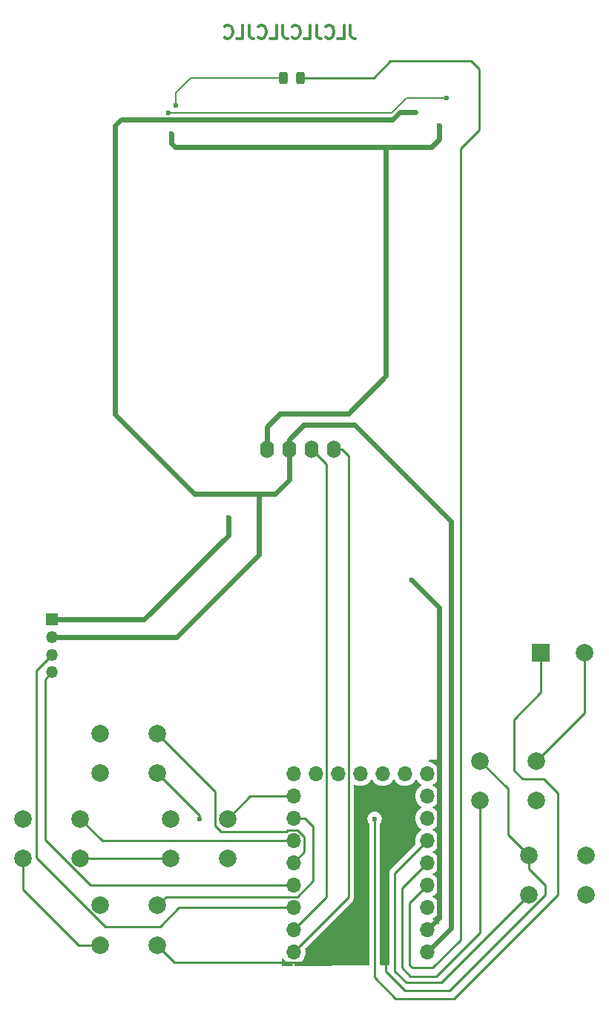
<source format=gbr>
G04 #@! TF.GenerationSoftware,KiCad,Pcbnew,8.0.5-8.0.5-0~ubuntu24.04.1*
G04 #@! TF.CreationDate,2024-10-08T07:53:09+09:00*
G04 #@! TF.ProjectId,gopher_party_rp2040_sw,676f7068-6572-45f7-9061-7274795f7270,rev?*
G04 #@! TF.SameCoordinates,Original*
G04 #@! TF.FileFunction,Copper,L2,Bot*
G04 #@! TF.FilePolarity,Positive*
%FSLAX46Y46*%
G04 Gerber Fmt 4.6, Leading zero omitted, Abs format (unit mm)*
G04 Created by KiCad (PCBNEW 8.0.5-8.0.5-0~ubuntu24.04.1) date 2024-10-08 07:53:09*
%MOMM*%
%LPD*%
G01*
G04 APERTURE LIST*
G04 Aperture macros list*
%AMRoundRect*
0 Rectangle with rounded corners*
0 $1 Rounding radius*
0 $2 $3 $4 $5 $6 $7 $8 $9 X,Y pos of 4 corners*
0 Add a 4 corners polygon primitive as box body*
4,1,4,$2,$3,$4,$5,$6,$7,$8,$9,$2,$3,0*
0 Add four circle primitives for the rounded corners*
1,1,$1+$1,$2,$3*
1,1,$1+$1,$4,$5*
1,1,$1+$1,$6,$7*
1,1,$1+$1,$8,$9*
0 Add four rect primitives between the rounded corners*
20,1,$1+$1,$2,$3,$4,$5,0*
20,1,$1+$1,$4,$5,$6,$7,0*
20,1,$1+$1,$6,$7,$8,$9,0*
20,1,$1+$1,$8,$9,$2,$3,0*%
G04 Aperture macros list end*
%ADD10C,0.300000*%
G04 #@! TA.AperFunction,NonConductor*
%ADD11C,0.300000*%
G04 #@! TD*
G04 #@! TA.AperFunction,ComponentPad*
%ADD12O,1.700000X1.700000*%
G04 #@! TD*
G04 #@! TA.AperFunction,ComponentPad*
%ADD13O,1.600000X2.000000*%
G04 #@! TD*
G04 #@! TA.AperFunction,ComponentPad*
%ADD14C,2.000000*%
G04 #@! TD*
G04 #@! TA.AperFunction,ComponentPad*
%ADD15R,1.350000X1.350000*%
G04 #@! TD*
G04 #@! TA.AperFunction,ComponentPad*
%ADD16O,1.350000X1.350000*%
G04 #@! TD*
G04 #@! TA.AperFunction,ComponentPad*
%ADD17R,2.000000X2.000000*%
G04 #@! TD*
G04 #@! TA.AperFunction,SMDPad,CuDef*
%ADD18RoundRect,0.243750X0.243750X0.456250X-0.243750X0.456250X-0.243750X-0.456250X0.243750X-0.456250X0*%
G04 #@! TD*
G04 #@! TA.AperFunction,ViaPad*
%ADD19C,0.600000*%
G04 #@! TD*
G04 #@! TA.AperFunction,Conductor*
%ADD20C,0.600000*%
G04 #@! TD*
G04 #@! TA.AperFunction,Conductor*
%ADD21C,0.250000*%
G04 #@! TD*
G04 #@! TA.AperFunction,Conductor*
%ADD22C,0.200000*%
G04 #@! TD*
G04 APERTURE END LIST*
D10*
D11*
X113425002Y-61626134D02*
X113425002Y-62697563D01*
X113425002Y-62697563D02*
X113496431Y-62911848D01*
X113496431Y-62911848D02*
X113639288Y-63054706D01*
X113639288Y-63054706D02*
X113853574Y-63126134D01*
X113853574Y-63126134D02*
X113996431Y-63126134D01*
X111996431Y-63126134D02*
X112710717Y-63126134D01*
X112710717Y-63126134D02*
X112710717Y-61626134D01*
X110639288Y-62983277D02*
X110710716Y-63054706D01*
X110710716Y-63054706D02*
X110925002Y-63126134D01*
X110925002Y-63126134D02*
X111067859Y-63126134D01*
X111067859Y-63126134D02*
X111282145Y-63054706D01*
X111282145Y-63054706D02*
X111425002Y-62911848D01*
X111425002Y-62911848D02*
X111496431Y-62768991D01*
X111496431Y-62768991D02*
X111567859Y-62483277D01*
X111567859Y-62483277D02*
X111567859Y-62268991D01*
X111567859Y-62268991D02*
X111496431Y-61983277D01*
X111496431Y-61983277D02*
X111425002Y-61840420D01*
X111425002Y-61840420D02*
X111282145Y-61697563D01*
X111282145Y-61697563D02*
X111067859Y-61626134D01*
X111067859Y-61626134D02*
X110925002Y-61626134D01*
X110925002Y-61626134D02*
X110710716Y-61697563D01*
X110710716Y-61697563D02*
X110639288Y-61768991D01*
X109567859Y-61626134D02*
X109567859Y-62697563D01*
X109567859Y-62697563D02*
X109639288Y-62911848D01*
X109639288Y-62911848D02*
X109782145Y-63054706D01*
X109782145Y-63054706D02*
X109996431Y-63126134D01*
X109996431Y-63126134D02*
X110139288Y-63126134D01*
X108139288Y-63126134D02*
X108853574Y-63126134D01*
X108853574Y-63126134D02*
X108853574Y-61626134D01*
X106782145Y-62983277D02*
X106853573Y-63054706D01*
X106853573Y-63054706D02*
X107067859Y-63126134D01*
X107067859Y-63126134D02*
X107210716Y-63126134D01*
X107210716Y-63126134D02*
X107425002Y-63054706D01*
X107425002Y-63054706D02*
X107567859Y-62911848D01*
X107567859Y-62911848D02*
X107639288Y-62768991D01*
X107639288Y-62768991D02*
X107710716Y-62483277D01*
X107710716Y-62483277D02*
X107710716Y-62268991D01*
X107710716Y-62268991D02*
X107639288Y-61983277D01*
X107639288Y-61983277D02*
X107567859Y-61840420D01*
X107567859Y-61840420D02*
X107425002Y-61697563D01*
X107425002Y-61697563D02*
X107210716Y-61626134D01*
X107210716Y-61626134D02*
X107067859Y-61626134D01*
X107067859Y-61626134D02*
X106853573Y-61697563D01*
X106853573Y-61697563D02*
X106782145Y-61768991D01*
X105710716Y-61626134D02*
X105710716Y-62697563D01*
X105710716Y-62697563D02*
X105782145Y-62911848D01*
X105782145Y-62911848D02*
X105925002Y-63054706D01*
X105925002Y-63054706D02*
X106139288Y-63126134D01*
X106139288Y-63126134D02*
X106282145Y-63126134D01*
X104282145Y-63126134D02*
X104996431Y-63126134D01*
X104996431Y-63126134D02*
X104996431Y-61626134D01*
X102925002Y-62983277D02*
X102996430Y-63054706D01*
X102996430Y-63054706D02*
X103210716Y-63126134D01*
X103210716Y-63126134D02*
X103353573Y-63126134D01*
X103353573Y-63126134D02*
X103567859Y-63054706D01*
X103567859Y-63054706D02*
X103710716Y-62911848D01*
X103710716Y-62911848D02*
X103782145Y-62768991D01*
X103782145Y-62768991D02*
X103853573Y-62483277D01*
X103853573Y-62483277D02*
X103853573Y-62268991D01*
X103853573Y-62268991D02*
X103782145Y-61983277D01*
X103782145Y-61983277D02*
X103710716Y-61840420D01*
X103710716Y-61840420D02*
X103567859Y-61697563D01*
X103567859Y-61697563D02*
X103353573Y-61626134D01*
X103353573Y-61626134D02*
X103210716Y-61626134D01*
X103210716Y-61626134D02*
X102996430Y-61697563D01*
X102996430Y-61697563D02*
X102925002Y-61768991D01*
X101853573Y-61626134D02*
X101853573Y-62697563D01*
X101853573Y-62697563D02*
X101925002Y-62911848D01*
X101925002Y-62911848D02*
X102067859Y-63054706D01*
X102067859Y-63054706D02*
X102282145Y-63126134D01*
X102282145Y-63126134D02*
X102425002Y-63126134D01*
X100425002Y-63126134D02*
X101139288Y-63126134D01*
X101139288Y-63126134D02*
X101139288Y-61626134D01*
X99067859Y-62983277D02*
X99139287Y-63054706D01*
X99139287Y-63054706D02*
X99353573Y-63126134D01*
X99353573Y-63126134D02*
X99496430Y-63126134D01*
X99496430Y-63126134D02*
X99710716Y-63054706D01*
X99710716Y-63054706D02*
X99853573Y-62911848D01*
X99853573Y-62911848D02*
X99925002Y-62768991D01*
X99925002Y-62768991D02*
X99996430Y-62483277D01*
X99996430Y-62483277D02*
X99996430Y-62268991D01*
X99996430Y-62268991D02*
X99925002Y-61983277D01*
X99925002Y-61983277D02*
X99853573Y-61840420D01*
X99853573Y-61840420D02*
X99710716Y-61697563D01*
X99710716Y-61697563D02*
X99496430Y-61626134D01*
X99496430Y-61626134D02*
X99353573Y-61626134D01*
X99353573Y-61626134D02*
X99139287Y-61697563D01*
X99139287Y-61697563D02*
X99067859Y-61768991D01*
D12*
X106960000Y-167300000D03*
X106960000Y-164760000D03*
X106960000Y-162220000D03*
X106960000Y-159680000D03*
X106960000Y-157140000D03*
X106960000Y-154600000D03*
X106960000Y-152060000D03*
X106960000Y-149520000D03*
X106960000Y-146980000D03*
X109500000Y-146980000D03*
X112040000Y-146980000D03*
X114580000Y-146980000D03*
X117120000Y-146980000D03*
X119660000Y-146980000D03*
X122200000Y-146980000D03*
X122200000Y-149520000D03*
X122200000Y-152060000D03*
X122200000Y-154600000D03*
X122200000Y-157140000D03*
X122200000Y-159680000D03*
X122200000Y-162220000D03*
X122200000Y-164760000D03*
X122200000Y-167300000D03*
D13*
X103900000Y-110000000D03*
X106440000Y-110000000D03*
X108980000Y-110000000D03*
X111520000Y-110000000D03*
D14*
X128200000Y-145500000D03*
X134700000Y-145500000D03*
X128200000Y-150000000D03*
X134700000Y-150000000D03*
X76100000Y-152100000D03*
X82600000Y-152100000D03*
X76100000Y-156600000D03*
X82600000Y-156600000D03*
X84900000Y-162000000D03*
X91400000Y-162000000D03*
X84900000Y-166500000D03*
X91400000Y-166500000D03*
D15*
X79400000Y-129400000D03*
D16*
X79400000Y-131400000D03*
X79400000Y-133400000D03*
X79400000Y-135400000D03*
D14*
X84900000Y-142400000D03*
X91400000Y-142400000D03*
X84900000Y-146900000D03*
X91400000Y-146900000D03*
X92900000Y-152100000D03*
X99400000Y-152100000D03*
X92900000Y-156600000D03*
X99400000Y-156600000D03*
X133800000Y-156300000D03*
X140300000Y-156300000D03*
X133800000Y-160800000D03*
X140300000Y-160800000D03*
D17*
X135200000Y-133200000D03*
D14*
X140200000Y-133200000D03*
D18*
X107700000Y-67600000D03*
X105825000Y-67600000D03*
D19*
X123600000Y-73100000D03*
X93000000Y-74000000D03*
X99500000Y-117800000D03*
X120400000Y-124900000D03*
X117500000Y-164800000D03*
X109100000Y-168200000D03*
X96200000Y-152100000D03*
X90300000Y-72400000D03*
X120900000Y-71500000D03*
X93500000Y-70800000D03*
X92700000Y-71600000D03*
X124400000Y-69900000D03*
X116200000Y-152100000D03*
D20*
X123600000Y-74600000D02*
X123600000Y-73100000D01*
D21*
X131400000Y-153900000D02*
X133800000Y-156300000D01*
X124773833Y-171700000D02*
X119700000Y-171700000D01*
X76100000Y-156600000D02*
X76100000Y-160200000D01*
X119700000Y-171700000D02*
X117500000Y-169500000D01*
X117500000Y-169500000D02*
X117500000Y-164800000D01*
X131400000Y-148700000D02*
X131400000Y-153900000D01*
X82600000Y-156600000D02*
X91000000Y-156600000D01*
D20*
X117500000Y-75500000D02*
X122700000Y-75500000D01*
D21*
X135700000Y-159700000D02*
X135700000Y-160773833D01*
X133800000Y-156300000D02*
X133800000Y-157800000D01*
D20*
X117500000Y-75500000D02*
X117500000Y-101600000D01*
D21*
X93375000Y-168475000D02*
X91400000Y-166500000D01*
X135700000Y-160773833D02*
X124773833Y-171700000D01*
X82400000Y-166500000D02*
X84900000Y-166500000D01*
D20*
X105400000Y-105900000D02*
X103900000Y-107400000D01*
D21*
X91000000Y-156600000D02*
X92900000Y-156600000D01*
X91400000Y-146900000D02*
X96200000Y-151700000D01*
D20*
X123550000Y-128050000D02*
X123550000Y-163410000D01*
X99500000Y-117800000D02*
X99500000Y-119800000D01*
X117500000Y-101600000D02*
X113200000Y-105900000D01*
X117500000Y-75500000D02*
X93400000Y-75500000D01*
X99500000Y-119800000D02*
X89900000Y-129400000D01*
D21*
X109100000Y-168200000D02*
X108825000Y-168475000D01*
X76100000Y-160200000D02*
X82400000Y-166500000D01*
D20*
X93000000Y-75100000D02*
X93000000Y-74000000D01*
D21*
X133800000Y-157800000D02*
X135700000Y-159700000D01*
X140200000Y-140000000D02*
X140200000Y-133200000D01*
D20*
X113200000Y-105900000D02*
X105400000Y-105900000D01*
X122700000Y-75500000D02*
X123600000Y-74600000D01*
X103900000Y-107400000D02*
X103900000Y-110000000D01*
D21*
X128200000Y-145500000D02*
X131400000Y-148700000D01*
X108825000Y-168475000D02*
X93375000Y-168475000D01*
D20*
X123550000Y-163410000D02*
X122200000Y-164760000D01*
D21*
X134700000Y-145500000D02*
X140200000Y-140000000D01*
D20*
X120400000Y-124900000D02*
X123550000Y-128050000D01*
D21*
X96200000Y-151700000D02*
X96200000Y-152100000D01*
D20*
X93400000Y-75500000D02*
X93000000Y-75100000D01*
X89900000Y-129400000D02*
X79400000Y-129400000D01*
X103000000Y-115020000D02*
X104880000Y-115020000D01*
X119100000Y-71500000D02*
X120900000Y-71500000D01*
X87300000Y-72400000D02*
X90300000Y-72400000D01*
X104880000Y-115020000D02*
X106440000Y-113460000D01*
X106440000Y-110000000D02*
X106440000Y-108860000D01*
X124900000Y-164600000D02*
X122200000Y-167300000D01*
X124900000Y-118200000D02*
X124900000Y-164600000D01*
X103000000Y-115020000D02*
X95620000Y-115020000D01*
X86600000Y-106000000D02*
X86600000Y-73100000D01*
X106440000Y-113460000D02*
X106440000Y-110000000D01*
X103000000Y-122000000D02*
X93600000Y-131400000D01*
X118200000Y-72400000D02*
X119100000Y-71500000D01*
X113900000Y-107200000D02*
X124900000Y-118200000D01*
X108100000Y-107200000D02*
X113900000Y-107200000D01*
X93600000Y-131400000D02*
X79400000Y-131400000D01*
X106440000Y-108860000D02*
X108100000Y-107200000D01*
X95620000Y-115020000D02*
X86600000Y-106000000D01*
X103000000Y-115020000D02*
X103000000Y-122000000D01*
X87200000Y-72500000D02*
X87300000Y-72400000D01*
X86600000Y-73100000D02*
X87200000Y-72500000D01*
X90300000Y-72400000D02*
X118200000Y-72400000D01*
D22*
X95200000Y-67600000D02*
X95000000Y-67800000D01*
X95000000Y-67800000D02*
X93500000Y-69300000D01*
X105825000Y-67600000D02*
X95200000Y-67600000D01*
X93500000Y-69300000D02*
X93500000Y-70800000D01*
X92700000Y-71600000D02*
X118151472Y-71600000D01*
X119851472Y-69900000D02*
X124400000Y-69900000D01*
X118151472Y-71600000D02*
X119851472Y-69900000D01*
D21*
X112500000Y-110000000D02*
X111520000Y-110000000D01*
X113215000Y-161045000D02*
X113215000Y-110715000D01*
X106960000Y-167300000D02*
X113215000Y-161045000D01*
X113215000Y-110715000D02*
X112500000Y-110000000D01*
X110675000Y-161045000D02*
X110675000Y-111695000D01*
X110675000Y-161045000D02*
X106960000Y-164760000D01*
X110675000Y-111695000D02*
X108980000Y-110000000D01*
X77600000Y-156573833D02*
X85426167Y-164400000D01*
X91700000Y-164400000D02*
X93880000Y-162220000D01*
X77600000Y-135200000D02*
X77600000Y-156573833D01*
X79400000Y-133400000D02*
X77600000Y-135200000D01*
X85426167Y-164400000D02*
X91700000Y-164400000D01*
X93880000Y-162220000D02*
X106960000Y-162220000D01*
X78600000Y-154473833D02*
X78600000Y-136200000D01*
X83806167Y-159680000D02*
X106960000Y-159680000D01*
X78600000Y-136200000D02*
X79400000Y-135400000D01*
X78600000Y-154473833D02*
X83806167Y-159680000D01*
X137100000Y-149200000D02*
X135500000Y-147600000D01*
X116200000Y-152100000D02*
X116200000Y-170200000D01*
X125300000Y-172600000D02*
X137100000Y-160800000D01*
X133100000Y-147600000D02*
X132100000Y-146600000D01*
X116200000Y-170200000D02*
X118600000Y-172600000D01*
X135500000Y-147600000D02*
X133100000Y-147600000D01*
X118600000Y-172600000D02*
X125300000Y-172600000D01*
X135200000Y-137700000D02*
X135200000Y-133200000D01*
X132100000Y-140800000D02*
X135200000Y-137700000D01*
X137100000Y-160800000D02*
X137100000Y-149200000D01*
X132100000Y-146600000D02*
X132100000Y-140800000D01*
X128100000Y-73600000D02*
X126000000Y-75700000D01*
X120200000Y-168800000D02*
X120200000Y-161680000D01*
X122800000Y-169100000D02*
X120500000Y-169100000D01*
X116100000Y-67600000D02*
X118000000Y-65700000D01*
X126000000Y-165900000D02*
X122800000Y-169100000D01*
X127200000Y-65700000D02*
X128100000Y-66600000D01*
X126000000Y-75700000D02*
X126000000Y-165900000D01*
X120200000Y-161680000D02*
X122200000Y-159680000D01*
X128100000Y-66600000D02*
X128100000Y-73600000D01*
X107700000Y-67600000D02*
X116100000Y-67600000D01*
X120500000Y-169100000D02*
X120200000Y-168800000D01*
X118000000Y-65700000D02*
X127200000Y-65700000D01*
X107421701Y-153400000D02*
X108200000Y-154178299D01*
X98000000Y-152900000D02*
X98700000Y-153600000D01*
X98700000Y-153600000D02*
X106108299Y-153600000D01*
X106308299Y-153400000D02*
X107421701Y-153400000D01*
X91400000Y-142400000D02*
X98000000Y-149000000D01*
X108200000Y-155900000D02*
X106960000Y-157140000D01*
X106108299Y-153600000D02*
X106308299Y-153400000D01*
X98000000Y-149000000D02*
X98000000Y-152900000D01*
X108200000Y-154178299D02*
X108200000Y-155900000D01*
X85100000Y-154600000D02*
X82600000Y-152100000D01*
X106960000Y-154600000D02*
X85100000Y-154600000D01*
X107400000Y-161000000D02*
X109200000Y-159200000D01*
X92400000Y-161000000D02*
X107400000Y-161000000D01*
X109200000Y-153000000D02*
X108260000Y-152060000D01*
X91400000Y-162000000D02*
X92400000Y-161000000D01*
X108260000Y-152060000D02*
X106960000Y-152060000D01*
X109200000Y-159200000D02*
X109200000Y-153000000D01*
X106960000Y-149520000D02*
X101980000Y-149520000D01*
X101980000Y-149520000D02*
X99400000Y-152100000D01*
X119300000Y-169100000D02*
X119300000Y-160040000D01*
X128200000Y-150000000D02*
X128200000Y-165100000D01*
X119300000Y-160040000D02*
X122200000Y-157140000D01*
X123200000Y-170100000D02*
X120300000Y-170100000D01*
X128200000Y-165100000D02*
X123200000Y-170100000D01*
X120300000Y-170100000D02*
X119300000Y-169100000D01*
X119800000Y-170800000D02*
X118500000Y-169500000D01*
X118500000Y-158300000D02*
X122200000Y-154600000D01*
X133800000Y-160800000D02*
X123800000Y-170800000D01*
X123800000Y-170800000D02*
X119800000Y-170800000D01*
X118500000Y-169500000D02*
X118500000Y-158300000D01*
G04 #@! TA.AperFunction,Conductor*
G36*
X105805203Y-168024943D02*
G01*
X105827804Y-168050829D01*
X105884278Y-168137268D01*
X105884283Y-168137273D01*
X105884284Y-168137276D01*
X106036756Y-168302902D01*
X106036760Y-168302906D01*
X106214424Y-168441189D01*
X106214425Y-168441189D01*
X106214427Y-168441191D01*
X106341135Y-168509761D01*
X106412426Y-168548342D01*
X106625365Y-168621444D01*
X106779996Y-168647247D01*
X106842879Y-168677696D01*
X106879319Y-168737311D01*
X106877745Y-168807162D01*
X106838655Y-168865074D01*
X106774461Y-168892659D01*
X106760274Y-168893553D01*
X105724689Y-168899307D01*
X105657541Y-168879995D01*
X105611494Y-168827446D01*
X105600000Y-168775309D01*
X105600000Y-168118656D01*
X105619685Y-168051617D01*
X105672489Y-168005862D01*
X105741647Y-167995918D01*
X105805203Y-168024943D01*
G37*
G04 #@! TD.AperFunction*
G04 #@! TA.AperFunction,Conductor*
G36*
X121011905Y-147653515D02*
G01*
X121033804Y-147678787D01*
X121124278Y-147817268D01*
X121124283Y-147817273D01*
X121124284Y-147817276D01*
X121276756Y-147982902D01*
X121276760Y-147982906D01*
X121454424Y-148121189D01*
X121454429Y-148121191D01*
X121454431Y-148121193D01*
X121490930Y-148140946D01*
X121540520Y-148190165D01*
X121555628Y-148258382D01*
X121531457Y-148323937D01*
X121490930Y-148359054D01*
X121454431Y-148378806D01*
X121454422Y-148378812D01*
X121276761Y-148517092D01*
X121276756Y-148517097D01*
X121124284Y-148682723D01*
X121124276Y-148682734D01*
X121001140Y-148871207D01*
X120910703Y-149077385D01*
X120855436Y-149295628D01*
X120855434Y-149295640D01*
X120836844Y-149519994D01*
X120836844Y-149520005D01*
X120855434Y-149744359D01*
X120855436Y-149744371D01*
X120910703Y-149962614D01*
X121001140Y-150168792D01*
X121124276Y-150357265D01*
X121124284Y-150357276D01*
X121276756Y-150522902D01*
X121276760Y-150522906D01*
X121454424Y-150661189D01*
X121454429Y-150661191D01*
X121454431Y-150661193D01*
X121490930Y-150680946D01*
X121540520Y-150730165D01*
X121555628Y-150798382D01*
X121531457Y-150863937D01*
X121490930Y-150899054D01*
X121454431Y-150918806D01*
X121454422Y-150918812D01*
X121276761Y-151057092D01*
X121276756Y-151057097D01*
X121124284Y-151222723D01*
X121124276Y-151222734D01*
X121001140Y-151411207D01*
X120910703Y-151617385D01*
X120855436Y-151835628D01*
X120855434Y-151835640D01*
X120836844Y-152059994D01*
X120836844Y-152060005D01*
X120855434Y-152284359D01*
X120855436Y-152284371D01*
X120910703Y-152502614D01*
X121001140Y-152708792D01*
X121124276Y-152897265D01*
X121124284Y-152897276D01*
X121276756Y-153062902D01*
X121276760Y-153062906D01*
X121454424Y-153201189D01*
X121454429Y-153201191D01*
X121454431Y-153201193D01*
X121490930Y-153220946D01*
X121540520Y-153270165D01*
X121555628Y-153338382D01*
X121531457Y-153403937D01*
X121490930Y-153439054D01*
X121454431Y-153458806D01*
X121454422Y-153458812D01*
X121276761Y-153597092D01*
X121276756Y-153597097D01*
X121124284Y-153762723D01*
X121124276Y-153762734D01*
X121001140Y-153951207D01*
X120910703Y-154157385D01*
X120855436Y-154375628D01*
X120855434Y-154375640D01*
X120836844Y-154599994D01*
X120836844Y-154600005D01*
X120855435Y-154824364D01*
X120883461Y-154935037D01*
X120880836Y-155004857D01*
X120850936Y-155053158D01*
X118765890Y-157138206D01*
X118096167Y-157807929D01*
X118068178Y-157835918D01*
X118007927Y-157896168D01*
X117938603Y-157999918D01*
X117938598Y-157999927D01*
X117890845Y-158115214D01*
X117890843Y-158115222D01*
X117866500Y-158237601D01*
X117866500Y-168708539D01*
X117846815Y-168775578D01*
X117794011Y-168821333D01*
X117743189Y-168832537D01*
X116958189Y-168836898D01*
X116891041Y-168817586D01*
X116844994Y-168765037D01*
X116833500Y-168712900D01*
X116833500Y-152647160D01*
X116852507Y-152581188D01*
X116933039Y-152453022D01*
X116933041Y-152453019D01*
X116933041Y-152453017D01*
X116933043Y-152453015D01*
X116993217Y-152281047D01*
X117013616Y-152100000D01*
X117009109Y-152060000D01*
X116993218Y-151918958D01*
X116993217Y-151918953D01*
X116933043Y-151746985D01*
X116836111Y-151592719D01*
X116707281Y-151463889D01*
X116686522Y-151450845D01*
X116553017Y-151366958D01*
X116553016Y-151366957D01*
X116553015Y-151366957D01*
X116498693Y-151347949D01*
X116381046Y-151306782D01*
X116381041Y-151306781D01*
X116200004Y-151286384D01*
X116199996Y-151286384D01*
X116018958Y-151306781D01*
X116018953Y-151306782D01*
X115846982Y-151366958D01*
X115692718Y-151463889D01*
X115563889Y-151592718D01*
X115466958Y-151746982D01*
X115406782Y-151918953D01*
X115406781Y-151918958D01*
X115386384Y-152099996D01*
X115386384Y-152100003D01*
X115406781Y-152281041D01*
X115406782Y-152281046D01*
X115466958Y-152453019D01*
X115466960Y-152453022D01*
X115547493Y-152581188D01*
X115566500Y-152647160D01*
X115566500Y-168721317D01*
X115546815Y-168788356D01*
X115494011Y-168834111D01*
X115443189Y-168845315D01*
X107174908Y-168891250D01*
X107107760Y-168871938D01*
X107061713Y-168819389D01*
X107051385Y-168750287D01*
X107080056Y-168686571D01*
X107138624Y-168648471D01*
X107153804Y-168644944D01*
X107294635Y-168621444D01*
X107507574Y-168548342D01*
X107705576Y-168441189D01*
X107883240Y-168302906D01*
X108035722Y-168137268D01*
X108158860Y-167948791D01*
X108249296Y-167742616D01*
X108304564Y-167524368D01*
X108323156Y-167300000D01*
X108304564Y-167075632D01*
X108276538Y-166964960D01*
X108279163Y-166895140D01*
X108309061Y-166846841D01*
X113707071Y-161448833D01*
X113776400Y-161345075D01*
X113824155Y-161229785D01*
X113848500Y-161107394D01*
X113848500Y-160982606D01*
X113848500Y-148336905D01*
X113868185Y-148269866D01*
X113920989Y-148224111D01*
X113990147Y-148214167D01*
X114027606Y-148226557D01*
X114027728Y-148226281D01*
X114030664Y-148227569D01*
X114031521Y-148227852D01*
X114032426Y-148228342D01*
X114245365Y-148301444D01*
X114467431Y-148338500D01*
X114692569Y-148338500D01*
X114914635Y-148301444D01*
X115127574Y-148228342D01*
X115325576Y-148121189D01*
X115503240Y-147982906D01*
X115655722Y-147817268D01*
X115746193Y-147678790D01*
X115799338Y-147633437D01*
X115868569Y-147624013D01*
X115931905Y-147653515D01*
X115953804Y-147678787D01*
X116044278Y-147817268D01*
X116044283Y-147817273D01*
X116044284Y-147817276D01*
X116196756Y-147982902D01*
X116196760Y-147982906D01*
X116374424Y-148121189D01*
X116374425Y-148121189D01*
X116374427Y-148121191D01*
X116475824Y-148176064D01*
X116572426Y-148228342D01*
X116785365Y-148301444D01*
X117007431Y-148338500D01*
X117232569Y-148338500D01*
X117454635Y-148301444D01*
X117667574Y-148228342D01*
X117865576Y-148121189D01*
X118043240Y-147982906D01*
X118195722Y-147817268D01*
X118286193Y-147678790D01*
X118339338Y-147633437D01*
X118408569Y-147624013D01*
X118471905Y-147653515D01*
X118493804Y-147678787D01*
X118584278Y-147817268D01*
X118584283Y-147817273D01*
X118584284Y-147817276D01*
X118736756Y-147982902D01*
X118736760Y-147982906D01*
X118914424Y-148121189D01*
X118914425Y-148121189D01*
X118914427Y-148121191D01*
X119015824Y-148176064D01*
X119112426Y-148228342D01*
X119325365Y-148301444D01*
X119547431Y-148338500D01*
X119772569Y-148338500D01*
X119994635Y-148301444D01*
X120207574Y-148228342D01*
X120405576Y-148121189D01*
X120583240Y-147982906D01*
X120735722Y-147817268D01*
X120826193Y-147678790D01*
X120879338Y-147633437D01*
X120948569Y-147624013D01*
X121011905Y-147653515D01*
G37*
G04 #@! TD.AperFunction*
G04 #@! TA.AperFunction,Conductor*
G36*
X123557905Y-162884332D02*
G01*
X123595236Y-162943393D01*
X123600000Y-162977432D01*
X123600000Y-164012476D01*
X123580315Y-164079515D01*
X123527511Y-164125270D01*
X123458353Y-164135214D01*
X123394797Y-164106189D01*
X123374425Y-164083600D01*
X123238109Y-163888922D01*
X123238108Y-163888920D01*
X123071082Y-163721894D01*
X122890197Y-163595236D01*
X122846572Y-163540659D01*
X122839380Y-163471160D01*
X122870902Y-163408806D01*
X122902300Y-163384608D01*
X122945576Y-163361189D01*
X123123240Y-163222906D01*
X123275722Y-163057268D01*
X123372192Y-162909608D01*
X123425338Y-162864254D01*
X123494569Y-162854830D01*
X123557905Y-162884332D01*
G37*
G04 #@! TD.AperFunction*
G04 #@! TA.AperFunction,Conductor*
G36*
X123557905Y-160344332D02*
G01*
X123595236Y-160403393D01*
X123600000Y-160437432D01*
X123600000Y-161462567D01*
X123580315Y-161529606D01*
X123527511Y-161575361D01*
X123458353Y-161585305D01*
X123394797Y-161556280D01*
X123372192Y-161530389D01*
X123289508Y-161403833D01*
X123275722Y-161382732D01*
X123275719Y-161382729D01*
X123275715Y-161382723D01*
X123123243Y-161217097D01*
X123123238Y-161217092D01*
X122945577Y-161078812D01*
X122945578Y-161078812D01*
X122945576Y-161078811D01*
X122909070Y-161059055D01*
X122859479Y-161009836D01*
X122844371Y-160941619D01*
X122868541Y-160876064D01*
X122909070Y-160840945D01*
X122912823Y-160838914D01*
X122945576Y-160821189D01*
X123123240Y-160682906D01*
X123275722Y-160517268D01*
X123372192Y-160369608D01*
X123425338Y-160324254D01*
X123494569Y-160314830D01*
X123557905Y-160344332D01*
G37*
G04 #@! TD.AperFunction*
G04 #@! TA.AperFunction,Conductor*
G36*
X123557905Y-157804332D02*
G01*
X123595236Y-157863393D01*
X123600000Y-157897432D01*
X123600000Y-158922567D01*
X123580315Y-158989606D01*
X123527511Y-159035361D01*
X123458353Y-159045305D01*
X123394797Y-159016280D01*
X123372192Y-158990389D01*
X123275723Y-158842734D01*
X123275715Y-158842723D01*
X123123243Y-158677097D01*
X123123238Y-158677092D01*
X122945577Y-158538812D01*
X122945578Y-158538812D01*
X122945576Y-158538811D01*
X122909070Y-158519055D01*
X122859479Y-158469836D01*
X122844371Y-158401619D01*
X122868541Y-158336064D01*
X122909070Y-158300945D01*
X122909084Y-158300936D01*
X122945576Y-158281189D01*
X123123240Y-158142906D01*
X123275722Y-157977268D01*
X123372192Y-157829608D01*
X123425338Y-157784254D01*
X123494569Y-157774830D01*
X123557905Y-157804332D01*
G37*
G04 #@! TD.AperFunction*
G04 #@! TA.AperFunction,Conductor*
G36*
X123557905Y-155264332D02*
G01*
X123595236Y-155323393D01*
X123600000Y-155357432D01*
X123600000Y-156382567D01*
X123580315Y-156449606D01*
X123527511Y-156495361D01*
X123458353Y-156505305D01*
X123394797Y-156476280D01*
X123372192Y-156450389D01*
X123275723Y-156302734D01*
X123275715Y-156302723D01*
X123123243Y-156137097D01*
X123123238Y-156137092D01*
X122945577Y-155998812D01*
X122945578Y-155998812D01*
X122945576Y-155998811D01*
X122909070Y-155979055D01*
X122859479Y-155929836D01*
X122844371Y-155861619D01*
X122868541Y-155796064D01*
X122909070Y-155760945D01*
X122909084Y-155760936D01*
X122945576Y-155741189D01*
X123123240Y-155602906D01*
X123275722Y-155437268D01*
X123372192Y-155289608D01*
X123425338Y-155244254D01*
X123494569Y-155234830D01*
X123557905Y-155264332D01*
G37*
G04 #@! TD.AperFunction*
G04 #@! TA.AperFunction,Conductor*
G36*
X123557905Y-152724332D02*
G01*
X123595236Y-152783393D01*
X123600000Y-152817432D01*
X123600000Y-153842567D01*
X123580315Y-153909606D01*
X123527511Y-153955361D01*
X123458353Y-153965305D01*
X123394797Y-153936280D01*
X123372192Y-153910389D01*
X123275723Y-153762734D01*
X123275715Y-153762723D01*
X123123243Y-153597097D01*
X123123238Y-153597092D01*
X122945577Y-153458812D01*
X122945578Y-153458812D01*
X122945576Y-153458811D01*
X122909070Y-153439055D01*
X122859479Y-153389836D01*
X122844371Y-153321619D01*
X122868541Y-153256064D01*
X122909070Y-153220945D01*
X122909084Y-153220936D01*
X122945576Y-153201189D01*
X123123240Y-153062906D01*
X123275722Y-152897268D01*
X123372192Y-152749608D01*
X123425338Y-152704254D01*
X123494569Y-152694830D01*
X123557905Y-152724332D01*
G37*
G04 #@! TD.AperFunction*
G04 #@! TA.AperFunction,Conductor*
G36*
X123557905Y-150184332D02*
G01*
X123595236Y-150243393D01*
X123600000Y-150277432D01*
X123600000Y-151302567D01*
X123580315Y-151369606D01*
X123527511Y-151415361D01*
X123458353Y-151425305D01*
X123394797Y-151396280D01*
X123372192Y-151370389D01*
X123275723Y-151222734D01*
X123275715Y-151222723D01*
X123123243Y-151057097D01*
X123123238Y-151057092D01*
X122945577Y-150918812D01*
X122945578Y-150918812D01*
X122945576Y-150918811D01*
X122909070Y-150899055D01*
X122859479Y-150849836D01*
X122844371Y-150781619D01*
X122868541Y-150716064D01*
X122909070Y-150680945D01*
X122909084Y-150680936D01*
X122945576Y-150661189D01*
X123123240Y-150522906D01*
X123275722Y-150357268D01*
X123372192Y-150209608D01*
X123425338Y-150164254D01*
X123494569Y-150154830D01*
X123557905Y-150184332D01*
G37*
G04 #@! TD.AperFunction*
G04 #@! TA.AperFunction,Conductor*
G36*
X123557905Y-147644332D02*
G01*
X123595236Y-147703393D01*
X123600000Y-147737432D01*
X123600000Y-148762567D01*
X123580315Y-148829606D01*
X123527511Y-148875361D01*
X123458353Y-148885305D01*
X123394797Y-148856280D01*
X123372192Y-148830389D01*
X123275723Y-148682734D01*
X123275715Y-148682723D01*
X123123243Y-148517097D01*
X123123238Y-148517092D01*
X122945577Y-148378812D01*
X122945578Y-148378812D01*
X122945576Y-148378811D01*
X122909070Y-148359055D01*
X122859479Y-148309836D01*
X122844371Y-148241619D01*
X122868541Y-148176064D01*
X122909070Y-148140945D01*
X122909084Y-148140936D01*
X122945576Y-148121189D01*
X123123240Y-147982906D01*
X123275722Y-147817268D01*
X123372192Y-147669608D01*
X123425338Y-147624254D01*
X123494569Y-147614830D01*
X123557905Y-147644332D01*
G37*
G04 #@! TD.AperFunction*
G04 #@! TA.AperFunction,Conductor*
G36*
X123543039Y-145419685D02*
G01*
X123588794Y-145472489D01*
X123600000Y-145524000D01*
X123600000Y-146222567D01*
X123580315Y-146289606D01*
X123527511Y-146335361D01*
X123458353Y-146345305D01*
X123394797Y-146316280D01*
X123372192Y-146290389D01*
X123275723Y-146142734D01*
X123275715Y-146142723D01*
X123123243Y-145977097D01*
X123123238Y-145977092D01*
X122945577Y-145838812D01*
X122945572Y-145838808D01*
X122747580Y-145731661D01*
X122747577Y-145731659D01*
X122747574Y-145731658D01*
X122747571Y-145731657D01*
X122747569Y-145731656D01*
X122534637Y-145658556D01*
X122461243Y-145646309D01*
X122398357Y-145615859D01*
X122361918Y-145556244D01*
X122363493Y-145486392D01*
X122402583Y-145428480D01*
X122466776Y-145400896D01*
X122481652Y-145400000D01*
X123476000Y-145400000D01*
X123543039Y-145419685D01*
G37*
G04 #@! TD.AperFunction*
M02*

</source>
